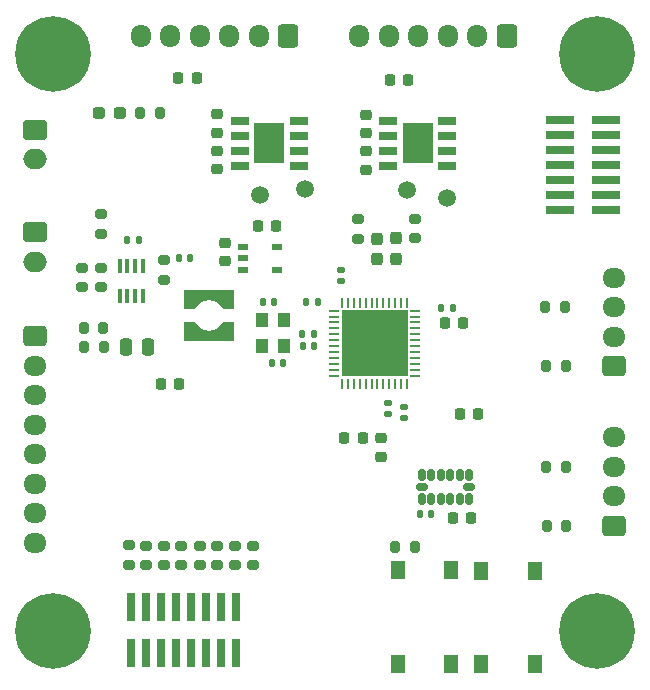
<source format=gts>
%TF.GenerationSoftware,KiCad,Pcbnew,8.0.5*%
%TF.CreationDate,2024-10-23T11:00:35+02:00*%
%TF.ProjectId,Projet_torero,50726f6a-6574-45f7-946f-7265726f2e6b,rev?*%
%TF.SameCoordinates,Original*%
%TF.FileFunction,Soldermask,Top*%
%TF.FilePolarity,Negative*%
%FSLAX46Y46*%
G04 Gerber Fmt 4.6, Leading zero omitted, Abs format (unit mm)*
G04 Created by KiCad (PCBNEW 8.0.5) date 2024-10-23 11:00:35*
%MOMM*%
%LPD*%
G01*
G04 APERTURE LIST*
G04 Aperture macros list*
%AMRoundRect*
0 Rectangle with rounded corners*
0 $1 Rounding radius*
0 $2 $3 $4 $5 $6 $7 $8 $9 X,Y pos of 4 corners*
0 Add a 4 corners polygon primitive as box body*
4,1,4,$2,$3,$4,$5,$6,$7,$8,$9,$2,$3,0*
0 Add four circle primitives for the rounded corners*
1,1,$1+$1,$2,$3*
1,1,$1+$1,$4,$5*
1,1,$1+$1,$6,$7*
1,1,$1+$1,$8,$9*
0 Add four rect primitives between the rounded corners*
20,1,$1+$1,$2,$3,$4,$5,0*
20,1,$1+$1,$4,$5,$6,$7,0*
20,1,$1+$1,$6,$7,$8,$9,0*
20,1,$1+$1,$8,$9,$2,$3,0*%
%AMFreePoly0*
4,1,19,2.150000,-1.200000,1.177922,-1.200000,1.064578,-1.003895,0.918917,-0.830439,0.745359,-0.684899,0.549174,-0.571693,0.336318,-0.494257,0.113252,-0.454942,-0.113252,-0.454942,-0.336318,-0.494257,-0.549174,-0.571693,-0.745359,-0.684899,-0.918917,-0.830439,-1.064578,-1.003895,-1.177922,-1.200000,-2.150000,-1.200000,-2.150000,0.400000,2.150000,0.400000,2.150000,-1.200000,2.150000,-1.200000,
$1*%
%AMFreePoly1*
4,1,19,-1.064578,1.003895,-0.918917,0.830439,-0.745359,0.684899,-0.549174,0.571693,-0.336318,0.494257,-0.113252,0.454942,0.113252,0.454942,0.336318,0.494257,0.549174,0.571693,0.745359,0.684899,0.918917,0.830439,1.064578,1.003895,1.177922,1.200000,2.150000,1.200000,2.150000,-0.400000,-2.150000,-0.400000,-2.150000,1.200000,-1.177922,1.200000,-1.064578,1.003895,-1.064578,1.003895,
$1*%
G04 Aperture macros list end*
%ADD10C,1.500000*%
%ADD11RoundRect,0.140000X0.170000X-0.140000X0.170000X0.140000X-0.170000X0.140000X-0.170000X-0.140000X0*%
%ADD12RoundRect,0.200000X0.200000X0.275000X-0.200000X0.275000X-0.200000X-0.275000X0.200000X-0.275000X0*%
%ADD13RoundRect,0.250000X0.600000X0.725000X-0.600000X0.725000X-0.600000X-0.725000X0.600000X-0.725000X0*%
%ADD14O,1.700000X1.950000*%
%ADD15R,1.300000X1.550000*%
%ADD16RoundRect,0.250000X0.725000X-0.600000X0.725000X0.600000X-0.725000X0.600000X-0.725000X-0.600000X0*%
%ADD17O,1.950000X1.700000*%
%ADD18RoundRect,0.225000X-0.250000X0.225000X-0.250000X-0.225000X0.250000X-0.225000X0.250000X0.225000X0*%
%ADD19RoundRect,0.237500X0.287500X0.237500X-0.287500X0.237500X-0.287500X-0.237500X0.287500X-0.237500X0*%
%ADD20RoundRect,0.225000X0.250000X-0.225000X0.250000X0.225000X-0.250000X0.225000X-0.250000X-0.225000X0*%
%ADD21RoundRect,0.225000X0.225000X0.250000X-0.225000X0.250000X-0.225000X-0.250000X0.225000X-0.250000X0*%
%ADD22RoundRect,0.200000X-0.275000X0.200000X-0.275000X-0.200000X0.275000X-0.200000X0.275000X0.200000X0*%
%ADD23R,0.900000X0.600000*%
%ADD24RoundRect,0.250000X-0.750000X0.600000X-0.750000X-0.600000X0.750000X-0.600000X0.750000X0.600000X0*%
%ADD25O,2.000000X1.700000*%
%ADD26RoundRect,0.225000X-0.225000X-0.250000X0.225000X-0.250000X0.225000X0.250000X-0.225000X0.250000X0*%
%ADD27RoundRect,0.140000X-0.170000X0.140000X-0.170000X-0.140000X0.170000X-0.140000X0.170000X0.140000X0*%
%ADD28RoundRect,0.140000X-0.140000X-0.170000X0.140000X-0.170000X0.140000X0.170000X-0.140000X0.170000X0*%
%ADD29RoundRect,0.150000X0.150000X-0.325000X0.150000X0.325000X-0.150000X0.325000X-0.150000X-0.325000X0*%
%ADD30RoundRect,0.150000X0.325000X-0.150000X0.325000X0.150000X-0.325000X0.150000X-0.325000X-0.150000X0*%
%ADD31R,0.450000X1.150000*%
%ADD32RoundRect,0.062500X-0.375000X-0.062500X0.375000X-0.062500X0.375000X0.062500X-0.375000X0.062500X0*%
%ADD33RoundRect,0.062500X-0.062500X-0.375000X0.062500X-0.375000X0.062500X0.375000X-0.062500X0.375000X0*%
%ADD34R,5.600000X5.600000*%
%ADD35RoundRect,0.200000X-0.200000X-0.275000X0.200000X-0.275000X0.200000X0.275000X-0.200000X0.275000X0*%
%ADD36C,0.800000*%
%ADD37C,6.400000*%
%ADD38RoundRect,0.250000X-0.250000X-0.475000X0.250000X-0.475000X0.250000X0.475000X-0.250000X0.475000X0*%
%ADD39RoundRect,0.135000X0.135000X0.185000X-0.135000X0.185000X-0.135000X-0.185000X0.135000X-0.185000X0*%
%ADD40FreePoly0,0.000000*%
%ADD41FreePoly1,0.000000*%
%ADD42R,2.400000X0.740000*%
%ADD43R,1.505000X0.802000*%
%ADD44R,2.613000X3.502000*%
%ADD45RoundRect,0.250000X-0.725000X0.600000X-0.725000X-0.600000X0.725000X-0.600000X0.725000X0.600000X0*%
%ADD46RoundRect,0.237500X-0.237500X0.287500X-0.237500X-0.287500X0.237500X-0.287500X0.237500X0.287500X0*%
%ADD47RoundRect,0.140000X0.140000X0.170000X-0.140000X0.170000X-0.140000X-0.170000X0.140000X-0.170000X0*%
%ADD48RoundRect,0.218750X-0.218750X-0.256250X0.218750X-0.256250X0.218750X0.256250X-0.218750X0.256250X0*%
%ADD49R,0.740000X2.400000*%
%ADD50R,1.000000X1.300000*%
G04 APERTURE END LIST*
D10*
%TO.C,TP1*%
X173925000Y-65550000D03*
%TD*%
D11*
%TO.C,C206*%
X168400000Y-73280000D03*
X168400000Y-72320000D03*
%TD*%
D12*
%TO.C,R202*%
X153025000Y-58975000D03*
X151375000Y-58975000D03*
%TD*%
D13*
%TO.C,Moteur D*%
X182400000Y-52500000D03*
D14*
X179900000Y-52500000D03*
X177400000Y-52500000D03*
X174900000Y-52500000D03*
X172400000Y-52500000D03*
X169900000Y-52500000D03*
%TD*%
D12*
%TO.C,R802*%
X187400000Y-89000000D03*
X185750000Y-89000000D03*
%TD*%
D15*
%TO.C,Reset*%
X184750000Y-97750000D03*
X184750000Y-105700000D03*
X180250000Y-97750000D03*
X180250000Y-105700000D03*
%TD*%
D16*
%TO.C,CapteurBD*%
X191450000Y-80450000D03*
D17*
X191450000Y-77950000D03*
X191450000Y-75450000D03*
X191450000Y-72950000D03*
%TD*%
D18*
%TO.C,C505*%
X158500000Y-70000000D03*
X158500000Y-71550000D03*
%TD*%
D19*
%TO.C,D201*%
X149650000Y-59000000D03*
X147900000Y-59000000D03*
%TD*%
D20*
%TO.C,C601*%
X170450000Y-63817500D03*
X170450000Y-62267500D03*
%TD*%
D21*
%TO.C,C703*%
X156150000Y-56075000D03*
X154600000Y-56075000D03*
%TD*%
D22*
%TO.C,R204*%
X150400000Y-95600000D03*
X150400000Y-97250000D03*
%TD*%
D23*
%TO.C,R\u00E9gu3.3V*%
X160100000Y-70375000D03*
X160100000Y-71325000D03*
X160100000Y-72275000D03*
X162900000Y-72275000D03*
X162900000Y-70375000D03*
%TD*%
D20*
%TO.C,C602*%
X170450000Y-60717500D03*
X170450000Y-59167500D03*
%TD*%
D10*
%TO.C,TP4*%
X165300000Y-65450000D03*
%TD*%
D22*
%TO.C,R203*%
X174600000Y-67950000D03*
X174600000Y-69600000D03*
%TD*%
D24*
%TO.C,ON/OFF*%
X142450000Y-69100000D03*
D25*
X142450000Y-71600000D03*
%TD*%
D26*
%TO.C,C506*%
X161325000Y-68575000D03*
X162875000Y-68575000D03*
%TD*%
D27*
%TO.C,C208*%
X173675000Y-83865000D03*
X173675000Y-84825000D03*
%TD*%
D28*
%TO.C,C502*%
X150270000Y-69800000D03*
X151230000Y-69800000D03*
%TD*%
D29*
%TO.C,Acc*%
X175200000Y-91700000D03*
X176000000Y-91700000D03*
X176800000Y-91700000D03*
X177600000Y-91700000D03*
X178400000Y-91700000D03*
X179200000Y-91700000D03*
D30*
X179200000Y-90700000D03*
D29*
X179200000Y-89700000D03*
X178400000Y-89700000D03*
X177600000Y-89700000D03*
X176800000Y-89700000D03*
X176000000Y-89700000D03*
X175200000Y-89700000D03*
D30*
X175200000Y-90700000D03*
%TD*%
D31*
%TO.C,R\u00E9gu5V*%
X149625000Y-74550000D03*
X150275000Y-74550000D03*
X150925000Y-74550000D03*
X151575000Y-74550000D03*
X151575000Y-71950000D03*
X150925000Y-71950000D03*
X150275000Y-71950000D03*
X149625000Y-71950000D03*
%TD*%
D32*
%TO.C,U201*%
X167762500Y-75750000D03*
X167762500Y-76250000D03*
X167762500Y-76750000D03*
X167762500Y-77250000D03*
X167762500Y-77750000D03*
X167762500Y-78250000D03*
X167762500Y-78750000D03*
X167762500Y-79250000D03*
X167762500Y-79750000D03*
X167762500Y-80250000D03*
X167762500Y-80750000D03*
X167762500Y-81250000D03*
D33*
X168450000Y-81937500D03*
X168950000Y-81937500D03*
X169450000Y-81937500D03*
X169950000Y-81937500D03*
X170450000Y-81937500D03*
X170950000Y-81937500D03*
X171450000Y-81937500D03*
X171950000Y-81937500D03*
X172450000Y-81937500D03*
X172950000Y-81937500D03*
X173450000Y-81937500D03*
X173950000Y-81937500D03*
D32*
X174637500Y-81250000D03*
X174637500Y-80750000D03*
X174637500Y-80250000D03*
X174637500Y-79750000D03*
X174637500Y-79250000D03*
X174637500Y-78750000D03*
X174637500Y-78250000D03*
X174637500Y-77750000D03*
X174637500Y-77250000D03*
X174637500Y-76750000D03*
X174637500Y-76250000D03*
X174637500Y-75750000D03*
D33*
X173950000Y-75062500D03*
X173450000Y-75062500D03*
X172950000Y-75062500D03*
X172450000Y-75062500D03*
X171950000Y-75062500D03*
X171450000Y-75062500D03*
X170950000Y-75062500D03*
X170450000Y-75062500D03*
X169950000Y-75062500D03*
X169450000Y-75062500D03*
X168950000Y-75062500D03*
X168450000Y-75062500D03*
D34*
X171200000Y-78500000D03*
%TD*%
D35*
%TO.C,10k201*%
X172950000Y-95800000D03*
X174600000Y-95800000D03*
%TD*%
D36*
%TO.C,H2*%
X141602944Y-53997056D03*
X142305888Y-52300000D03*
X142305888Y-55694112D03*
X144002944Y-51597056D03*
D37*
X144002944Y-53997056D03*
D36*
X144002944Y-56397056D03*
X145700000Y-52300000D03*
X145700000Y-55694112D03*
X146402944Y-53997056D03*
%TD*%
D22*
%TO.C,R209*%
X157900000Y-95675000D03*
X157900000Y-97325000D03*
%TD*%
D21*
%TO.C,C504*%
X154675000Y-82000000D03*
X153125000Y-82000000D03*
%TD*%
D35*
%TO.C,R901*%
X185750000Y-80400000D03*
X187400000Y-80400000D03*
%TD*%
D38*
%TO.C,C501*%
X150150000Y-78850000D03*
X152050000Y-78850000D03*
%TD*%
D36*
%TO.C,H1*%
X187600000Y-54000000D03*
X188302944Y-52302944D03*
X188302944Y-55697056D03*
X190000000Y-51600000D03*
D37*
X190000000Y-54000000D03*
D36*
X190000000Y-56400000D03*
X191697056Y-52302944D03*
X191697056Y-55697056D03*
X192400000Y-54000000D03*
%TD*%
D24*
%TO.C,Batterie*%
X142450000Y-60450000D03*
D25*
X142450000Y-62950000D03*
%TD*%
D39*
%TO.C,R201*%
X166110000Y-77700000D03*
X165090000Y-77700000D03*
%TD*%
D21*
%TO.C,C603*%
X174075000Y-56200000D03*
X172525000Y-56200000D03*
%TD*%
D12*
%TO.C,R501*%
X148275000Y-78850000D03*
X146625000Y-78850000D03*
%TD*%
D15*
%TO.C,SW201*%
X173150000Y-105675000D03*
X173150000Y-97725000D03*
X177650000Y-105675000D03*
X177650000Y-97725000D03*
%TD*%
D22*
%TO.C,R503*%
X153375000Y-71475000D03*
X153375000Y-73125000D03*
%TD*%
%TO.C,R207*%
X154850000Y-95650000D03*
X154850000Y-97300000D03*
%TD*%
D40*
%TO.C,L501*%
X157175000Y-74400000D03*
D41*
X157175000Y-77900000D03*
%TD*%
D28*
%TO.C,C503*%
X154615000Y-71250000D03*
X155575000Y-71250000D03*
%TD*%
D22*
%TO.C,R505*%
X148000000Y-67575000D03*
X148000000Y-69225000D03*
%TD*%
D28*
%TO.C,C207*%
X176860000Y-75500000D03*
X177820000Y-75500000D03*
%TD*%
D22*
%TO.C,R506*%
X146450000Y-72125000D03*
X146450000Y-73775000D03*
%TD*%
%TO.C,R208*%
X156400000Y-95675000D03*
X156400000Y-97325000D03*
%TD*%
D10*
%TO.C,TP3*%
X177375000Y-66175000D03*
%TD*%
D42*
%TO.C,ST-LINK*%
X190800000Y-67210000D03*
X186900000Y-67210000D03*
X190800000Y-65940000D03*
X186900000Y-65940000D03*
X190800000Y-64670000D03*
X186900000Y-64670000D03*
X190800000Y-63400000D03*
X186900000Y-63400000D03*
X190800000Y-62130000D03*
X186900000Y-62130000D03*
X190800000Y-60860000D03*
X186900000Y-60860000D03*
X190800000Y-59590000D03*
X186900000Y-59590000D03*
%TD*%
D28*
%TO.C,C202*%
X161720000Y-75000000D03*
X162680000Y-75000000D03*
%TD*%
D22*
%TO.C,R210*%
X159400000Y-95675000D03*
X159400000Y-97325000D03*
%TD*%
%TO.C,R504*%
X148025000Y-72125000D03*
X148025000Y-73775000D03*
%TD*%
D21*
%TO.C,C401*%
X179400000Y-93300000D03*
X177850000Y-93300000D03*
%TD*%
D43*
%TO.C,Hacheur D*%
X172350000Y-59657500D03*
X172350000Y-60927500D03*
X172350000Y-62197500D03*
X172350000Y-63467500D03*
X177345000Y-63467500D03*
X177345000Y-62197500D03*
X177345000Y-60927500D03*
X177345000Y-59657500D03*
D44*
X174847500Y-61562500D03*
%TD*%
D35*
%TO.C,R801*%
X185800000Y-94000000D03*
X187450000Y-94000000D03*
%TD*%
D45*
%TO.C,LIDAR*%
X142450000Y-77900000D03*
D17*
X142450000Y-80400000D03*
X142450000Y-82900000D03*
X142450000Y-85400000D03*
X142450000Y-87900000D03*
X142450000Y-90400000D03*
X142450000Y-92900000D03*
X142450000Y-95400000D03*
%TD*%
D36*
%TO.C,H3*%
X141600000Y-102900000D03*
X142302944Y-101202944D03*
X142302944Y-104597056D03*
X144000000Y-100500000D03*
D37*
X144000000Y-102900000D03*
D36*
X144000000Y-105300000D03*
X145697056Y-101202944D03*
X145697056Y-104597056D03*
X146400000Y-102900000D03*
%TD*%
D20*
%TO.C,C701*%
X157900000Y-63775000D03*
X157900000Y-62225000D03*
%TD*%
D43*
%TO.C,HacheurG*%
X159802500Y-59652500D03*
X159802500Y-60922500D03*
X159802500Y-62192500D03*
X159802500Y-63462500D03*
X164797500Y-63462500D03*
X164797500Y-62192500D03*
X164797500Y-60922500D03*
X164797500Y-59652500D03*
D44*
X162300000Y-61557500D03*
%TD*%
D46*
%TO.C,D202*%
X173000000Y-69625000D03*
X173000000Y-71375000D03*
%TD*%
D26*
%TO.C,C205*%
X168650000Y-86500000D03*
X170200000Y-86500000D03*
%TD*%
D22*
%TO.C,R205*%
X151875000Y-95650000D03*
X151875000Y-97300000D03*
%TD*%
D47*
%TO.C,C203*%
X166080000Y-78700000D03*
X165120000Y-78700000D03*
%TD*%
D16*
%TO.C,CapteurBG*%
X191450000Y-93950000D03*
D17*
X191450000Y-91450000D03*
X191450000Y-88950000D03*
X191450000Y-86450000D03*
%TD*%
D48*
%TO.C,L202*%
X178412500Y-84500000D03*
X179987500Y-84500000D03*
%TD*%
D27*
%TO.C,C211*%
X172325000Y-83570000D03*
X172325000Y-84530000D03*
%TD*%
D47*
%TO.C,C204*%
X166380000Y-75000000D03*
X165420000Y-75000000D03*
%TD*%
D35*
%TO.C,R502*%
X146600000Y-77250000D03*
X148250000Y-77250000D03*
%TD*%
D22*
%TO.C,R206*%
X153350000Y-95650000D03*
X153350000Y-97300000D03*
%TD*%
%TO.C,R314*%
X169800000Y-68000000D03*
X169800000Y-69650000D03*
%TD*%
D12*
%TO.C,R902*%
X187300000Y-75400000D03*
X185650000Y-75400000D03*
%TD*%
D36*
%TO.C,H4*%
X192400000Y-102900000D03*
X191697056Y-104597056D03*
X191697056Y-101202944D03*
X190000000Y-105300000D03*
D37*
X190000000Y-102900000D03*
D36*
X190000000Y-100500000D03*
X188302944Y-104597056D03*
X188302944Y-101202944D03*
X187600000Y-102900000D03*
%TD*%
D49*
%TO.C,LEDs Lidar*%
X150600000Y-104750000D03*
X150600000Y-100850000D03*
X151870000Y-104750000D03*
X151870000Y-100850000D03*
X153140000Y-104750000D03*
X153140000Y-100850000D03*
X154410000Y-104750000D03*
X154410000Y-100850000D03*
X155680000Y-104750000D03*
X155680000Y-100850000D03*
X156950000Y-104750000D03*
X156950000Y-100850000D03*
X158220000Y-104750000D03*
X158220000Y-100850000D03*
X159490000Y-104750000D03*
X159490000Y-100850000D03*
%TD*%
D10*
%TO.C,TP2*%
X161500000Y-65975000D03*
%TD*%
D28*
%TO.C,C201*%
X162520000Y-80200000D03*
X163480000Y-80200000D03*
%TD*%
D46*
%TO.C,D1*%
X171400000Y-69650000D03*
X171400000Y-71400000D03*
%TD*%
D22*
%TO.C,R211*%
X160900000Y-95675000D03*
X160900000Y-97325000D03*
%TD*%
D13*
%TO.C,Moteur G*%
X163900000Y-52500000D03*
D14*
X161400000Y-52500000D03*
X158900000Y-52500000D03*
X156400000Y-52500000D03*
X153900000Y-52500000D03*
X151400000Y-52500000D03*
%TD*%
D20*
%TO.C,C210*%
X171775000Y-88100000D03*
X171775000Y-86550000D03*
%TD*%
D47*
%TO.C,C402*%
X175980000Y-93000000D03*
X175020000Y-93000000D03*
%TD*%
D20*
%TO.C,C702*%
X157900000Y-60675000D03*
X157900000Y-59125000D03*
%TD*%
D50*
%TO.C,Y201*%
X161700000Y-76500000D03*
X161700000Y-78700000D03*
X163500000Y-78700000D03*
X163500000Y-76500000D03*
%TD*%
D26*
%TO.C,C209*%
X177140000Y-76800000D03*
X178690000Y-76800000D03*
%TD*%
M02*

</source>
